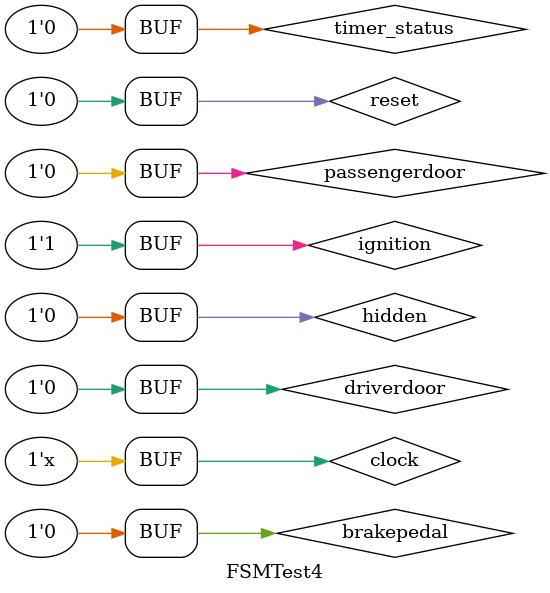
<source format=v>
`timescale 1ns / 1ps

module FSMTest4;

	// Inputs
	reg clock;
	reg passengerdoor;
	reg driverdoor;
	reg ignition;
	reg hidden;
	reg brakepedal;
	reg timer_status;
	reg reset;

	// Outputs
	wire fuelpump;
	wire status;
	wire siren;
	wire test_state;

	// Instantiate the Unit Under Test (UUT)
	FSM uut (
		.clock(clock), 
		.passengerdoor(passengerdoor), 
		.driverdoor(driverdoor), 
		.ignition(ignition), 
		.hidden(hidden), 
		.brakepedal(brakepedal), 
		.timer_status(timer_status), 
		.reset(reset), 
		.fuelpump(fuelpump), 
		.status(status), 
		.siren(siren), 
		.test_state(test_state)
	);

	always begin
	#5 clock = ~clock;
	end
	
	initial begin
		// Initialize Inputs
		clock = 0;
		passengerdoor = 0;
		driverdoor = 0;
		ignition = 0;
		hidden = 0;
		brakepedal = 0;
		timer_status = 0;
		reset = 0;

		// Wait 100 ns for global reset to finish
		#100;
      
		ignition = 1;
		// Add stimulus here

	end
      
endmodule


</source>
